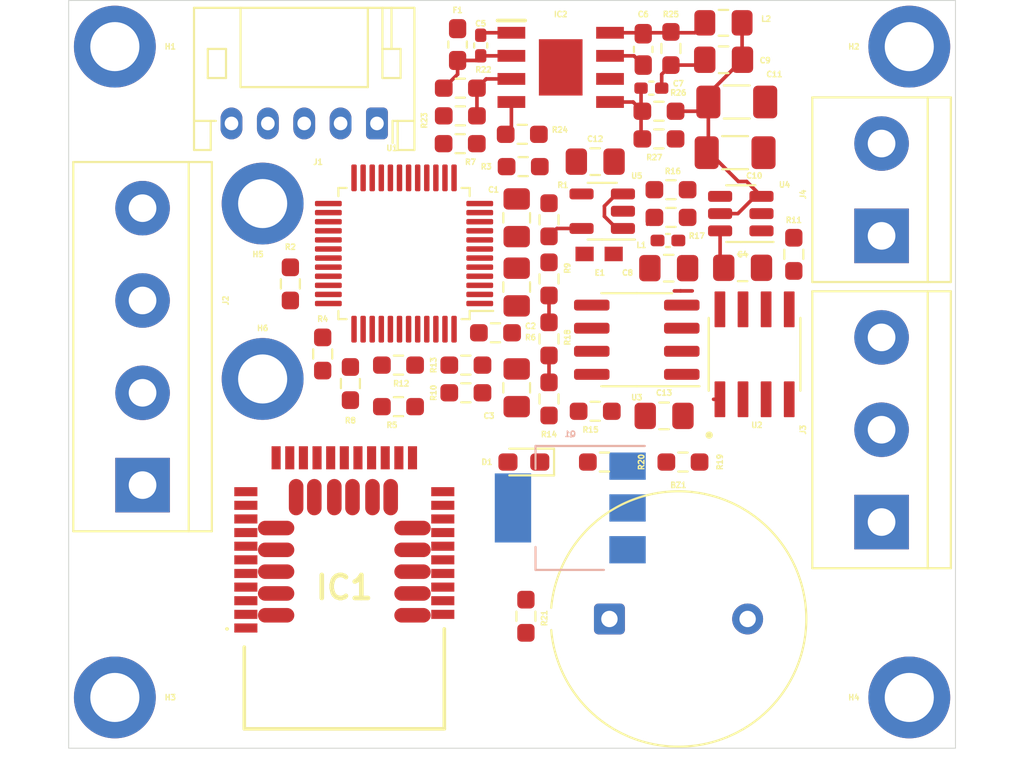
<source format=kicad_pcb>
(kicad_pcb (version 20221018) (generator pcbnew)
  (layers (0 "F.Cu" signal) (31 "B.Cu" signal) (34 "B.Paste" user) (35 "F.Paste" user) (36 "B.SilkS" user "B.Silkscreen") (37 "F.SilkS" user "F.Silkscreen") (38 "B.Mask" user) (39 "F.Mask" user) (44 "Edge.Cuts" user))
  (net 0 "")
  (net 1 "Net-(BZ1--)")
  (net 2 "Net-(BZ1-+)")
  (net 3 "100V")
  (net 4 "GND")
  (net 5 "VBST")
  (net 6 "SW2")
  (net 7 "Net-(IC2-SW)")
  (net 8 "Net-(IC2-BST)")
  (net 9 "Net-(IC2-FB)")
  (net 10 "/12V")
  (net 11 "Net-(D1-K)")
  (net 12 "Net-(J1-Pin_1)")
  (net 13 "SWDIO")
  (net 14 "SWCLK")
  (net 15 "/RST")
  (net 21 "/TX")
  (net 31 "Net-(IC2-RON)")
  (net 34 "Net-(J1-Pin_2)")
  (net 35 "Net-(J1-Pin_3)")
  (net 36 "PA3")
  (net 37 "5V")
  (net 38 "SDA1")
  (net 39 "SCK")
  (net 40 "Net-(J4-Pin_1)")
  (net 41 "Net-(J4-Pin_2)")
  (net 42 "/NRST")
  (net 43 "/RX")
  (net 44 "Net-(U1-PA0)")
  (net 45 "SCL")
  (net 46 "SDA")
  (net 47 "L")
  (net 48 "H")
  (net 49 "Net-(U3-S)")
  (net 50 "VFB")
  (net 88 "Net-(IC2-EN{slash}UVLO)")
  (net 89 "/3V3")
  (net 90 "Net-(IC2-GND)")
  (net 91 "Net-(C7-Pad2)")
  (net 92 "Net-(U5-BP)")
  (footprint "Inductor_SMD:L_0805_2012Metric_Pad1.15x1.40mm_HandSolder" (layer "F.Cu") (at 191.7105 38.8235)
    (fp_text reference "L2")
    (fp_text value "100uH" hide)
  )
  (footprint "Capacitor_SMD:C_0805_2012Metric_Pad1.18x1.45mm_HandSolder" (layer "F.Cu") (at 180.34 49.5515 90)
    (fp_text reference "C1")
    (fp_text value "1uF")
  )
  (footprint "MountingHole:MountingHole_2.7mm_M2.5_ISO7380_Pad_TopBottom" (layer "F.Cu") (at 201.93 75.946)
    (fp_text reference "H4")
    (fp_text value "Mount100VgHole")
  )
  (footprint "Resistor_SMD:R_0603_1608Metric_Pad0.98x0.95mm_HandSolder" (layer "F.Cu") (at 188.1635 45.212)
    (fp_text reference "R27")
    (fp_text value "20k ohm" hide)
  )
  (footprint "Resistor_SMD:R_0603_1608Metric_Pad0.98x0.95mm_HandSolder" (layer "F.Cu") (at 167.894 53.1895 90)
    (fp_text reference "R2")
    (fp_text value "1k")
  )
  (footprint "Capacitor_SMD:C_0805_2012Metric_Pad1.18x1.45mm_HandSolder" (layer "F.Cu") (at 191.7195 40.8555)
    (fp_text reference "C9")
    (fp_text value "2200pf" hide)
  )
  (footprint "MountingHole:MountingHole_2.7mm_M2.5_ISO7380_Pad_TopBottom" (layer "F.Cu") (at 166.37 58.42)
    (fp_text reference "H6")
    (fp_text value "Mount100VgHole")
  )
  (footprint "Buzzer_Beeper:Indicator_PUI_AI-1440-TWT-24V-2-R" (layer "F.Cu") (at 185.44 71.628)
    (fp_text reference "BZ1")
    (fp_text value "Buzzer" hide)
  )
  (footprint "Resistor_SMD:R_0603_1608Metric_Pad0.98x0.95mm_HandSolder" (layer "F.Cu") (at 177.2415 43.942 180)
    (fp_text reference "R23")
    (fp_text value "R23" hide)
  )
  (footprint "Resistor_SMD:R_0603_1608Metric_Pad0.98x0.95mm_HandSolder" (layer "F.Cu") (at 173.8395 59.944)
    (fp_text reference "R5")
    (fp_text value "100k" hide)
  )
  (footprint "Resistor_SMD:R_0603_1608Metric_Pad0.98x0.95mm_HandSolder" (layer "F.Cu") (at 177.546 57.658 180)
    (fp_text reference "R13")
    (fp_text value "100E" hide)
  )
  (footprint "Resistor_SMD:R_0603_1608Metric_Pad0.98x0.95mm_HandSolder" (layer "F.Cu") (at 184.658 60.198)
    (fp_text reference "R15")
    (fp_text value "100k" hide)
  )
  (footprint "Inductor_SMD:L_0402_1005Metric_Pad0.77x0.64mm_HandSolder" (layer "F.Cu") (at 188.6575 50.8 180)
    (fp_text reference "L1")
    (fp_text value "3.3uH" hide)
  )
  (footprint "Capacitor_SMD:C_1206_3216Metric_Pad1.33x1.80mm_HandSolder" (layer "F.Cu") (at 192.351252 45.9675)
    (fp_text reference "C10")
    (fp_text value "22UF" hide)
  )
  (footprint "Resistor_SMD:R_0603_1608Metric_Pad0.98x0.95mm_HandSolder" (layer "F.Cu") (at 195.58 51.562 -90)
    (fp_text reference "R11")
    (fp_text value "120R" hide)
  )
  (footprint "Package_QFP:LQFP-48_7x7mm_P0.5mm" (layer "F.Cu") (at 174.1455 51.518 180)
    (fp_text reference "U1")
    (fp_text value "STM32G0B1CBTx" hide)
  )
  (footprint "Capacitor_SMD:C_1206_3216Metric_Pad1.33x1.80mm_HandSolder" (layer "F.Cu") (at 192.443 43.18)
    (fp_text reference "C11")
    (fp_text value "22UF" hide)
  )
  (footprint "Capacitor_SMD:C_0805_2012Metric_Pad1.18x1.45mm_HandSolder" (layer "F.Cu") (at 192.7645 52.3035)
    (fp_text reference "C4")
    (fp_text value "0.1uf" hide)
  )
  (footprint "Resistor_SMD:R_0603_1608Metric_Pad0.98x0.95mm_HandSolder" (layer "F.Cu") (at 182.118 59.519 90)
    (fp_text reference "R14")
    (fp_text value "0R" hide)
  )
  (footprint "Resistor_SMD:R_0603_1608Metric_Pad0.98x0.95mm_HandSolder" (layer "F.Cu") (at 177.546 59.182)
    (fp_text reference "R10")
    (fp_text value "0R" hide)
  )
  (footprint "Resistor_SMD:R_0603_1608Metric_Pad0.98x0.95mm_HandSolder" (layer "F.Cu") (at 179.1735 55.88 180)
    (fp_text reference "R6")
    (fp_text value "100k")
  )
  (footprint "Capacitor_SMD:C_0805_2012Metric_Pad1.18x1.45mm_HandSolder" (layer "F.Cu") (at 188.4465 60.452)
    (fp_text reference "C13")
    (fp_text value "2.2uf" hide)
  )
  (footprint "Package_SO:SOIC-8_3.9x4.9mm_P1.27mm" (layer "F.Cu") (at 186.944 56.261 180)
    (fp_text reference "U3")
    (fp_text value "TJA1051T-3" hide)
  )
  (footprint "TerminalBlock:TerminalBlock_bornier-3_P5.08mm" (layer "F.Cu") (at 200.406 66.294 90)
    (fp_text reference "J3")
    (fp_text value "PRG" hide)
  )
  (footprint "Resistor_SMD:R_0603_1608Metric_Pad0.98x0.95mm_HandSolder" (layer "F.Cu") (at 180.6975 46.736)
    (fp_text reference "R3")
    (fp_text value "100R" hide)
  )
  (footprint "TerminalBlock:TerminalBlock_bornier-2_P5.08mm" (layer "F.Cu") (at 200.406 50.546 90)
    (fp_text reference "J4")
    (fp_text value "Conn_01x02_Socket" hide)
  )
  (footprint "Resistor_SMD:R_0603_1608Metric_Pad0.98x0.95mm_HandSolder" (layer "F.Cu") (at 180.848 71.4775 -90)
    (fp_text reference "R21")
    (fp_text value "0R")
  )
  (footprint "Resistor_SMD:R_0603_1608Metric_Pad0.98x0.95mm_HandSolder" (layer "F.Cu") (at 171.196 58.674 -90)
    (fp_text reference "R8")
    (fp_text value "0R" hide)
  )
  (footprint "Capacitor_SMD:C_0805_2012Metric_Pad1.18x1.45mm_HandSolder" (layer "F.Cu") (at 180.34 58.9065 -90)
    (fp_text reference "C3")
    (fp_text value "100nF" hide)
  )
  (footprint "Diode_SMD:D_0603_1608Metric_Pad1.05x0.95mm_HandSolder" (layer "F.Cu") (at 180.735 62.992 180)
    (fp_text reference "D1")
    (fp_text value "5.6V")
  )
  (footprint "Resistor_SMD:R_0603_1608Metric_Pad0.98x0.95mm_HandSolder" (layer "F.Cu") (at 182.118 56.217 -90)
    (fp_text reference "R18")
    (fp_text value "120R" hide)
  )
  (footprint "Resistor_SMD:R_0603_1608Metric_Pad0.98x0.95mm_HandSolder" (layer "F.Cu") (at 177.2415 42.418)
    (fp_text reference "R22")
    (fp_text value "1M" hide)
  )
  (footprint "MountingHole:MountingHole_2.7mm_M2.5_ISO7380_Pad_TopBottom" (layer "F.Cu") (at 201.93 40.132)
    (fp_text reference "H2")
    (fp_text value "Mount100VgHole")
  )
  (footprint "Resistor_SMD:R_0603_1608Metric_Pad0.98x0.95mm_HandSolder" (layer "F.Cu") (at 188.1635 43.688 180)
    (fp_text reference "R26")
    (fp_text value "180k ohm" hide)
  )
  (footprint "MAX485ESA_T.kicad_mod files:SOIC127P600X175-8N" (layer "F.Cu") (at 193.421 57.0645 90)
    (fp_text reference "U2")
    (fp_text value "MAX485E" hide)
  )
  (footprint "Resistor_SMD:R_0603_1608Metric_Pad0.98x0.95mm_HandSolder" (layer "F.Cu") (at 185.166 62.992 180)
    (fp_text reference "R20")
    (fp_text value "100E" hide)
  )
  (footprint "Resistor_SMD:R_0603_1608Metric_Pad0.98x0.95mm_HandSolder" (layer "F.Cu") (at 180.647 44.958)
    (fp_text reference "R24")
    (fp_text value "100K" hide)
  )
  (footprint "Capacitor_SMD:C_0402_1005Metric_Pad0.74x0.62mm_HandSolder" (layer "F.Cu") (at 178.361 40.0725 -90)
    (fp_text reference "C5")
    (fp_text value "2.2uF" hide)
  )
  (footprint "Fuse:Fuse_0603_1608Metric_Pad1.05x0.95mm_HandSolder" (layer "F.Cu") (at 177.091 40.019 -90)
    (fp_text reference "F1")
    (fp_text value "Fuse" hide)
  )
  (footprint "Resistor_SMD:R_0603_1608Metric_Pad0.98x0.95mm_HandSolder" (layer "F.Cu") (at 169.672 57.0465 -90)
    (fp_text reference "R4")
    (fp_text value "10k")
  )
  (footprint "Capacitor_SMD:C_0805_2012Metric_Pad1.18x1.45mm_HandSolder" (layer "F.Cu") (at 188.7005 52.324)
    (fp_text reference "C8")
    (fp_text value "1uf" hide)
  )
  (footprint "Capacitor_SMD:C_0805_2012Metric_Pad1.18x1.45mm_HandSolder" (layer "F.Cu") (at 184.658 46.4615)
    (fp_text reference "C12")
    (fp_text value "10nf" hide)
  )
  (footprint "Capacitor_SMD:C_0805_2012Metric_Pad1.18x1.45mm_HandSolder" (layer "F.Cu") (at 180.34 53.3615 -90)
    (fp_text reference "C2")
    (fp_text value "100nF")
  )
  (footprint "Connector_JST:JST_PH_S5B-PH-K_1x05_P2.00mm_Horizontal" (layer "F.Cu") (at 172.656 44.36 180)
    (fp_text reference "J1")
    (fp_text value "Conn_01x05_Socket" hide)
  )
  (footprint "Resistor_SMD:R_0603_1608Metric_Pad0.98x0.95mm_HandSolder" (layer "F.Cu") (at 189.484 62.992)
    (fp_text reference "R19")
    (fp_text value "3M" hide)
  )
  (footprint "TerminalBlock:TerminalBlock_bornier-4_P5.08mm" (layer "F.Cu") (at 159.766 64.262 90)
    (fp_text reference "J2")
    (fp_text value "OLED")
  )
  (footprint "Resistor_SMD:R_0603_1608Metric_Pad0.98x0.95mm_HandSolder" (layer "F.Cu") (at 188.8255 49.53 180)
    (fp_text reference "R17")
    (fp_text value "56k" hide)
  )
  (footprint "Library:CM BLE" (layer "F.Cu") (at 170.811 69.624 180)
    (fp_text reference "IC1")
    (fp_text value "CM BLE" hide)
  )
  (footprint "Resistor_SMD:R_0603_1608Metric_Pad0.98x0.95mm_HandSolder" (layer "F.Cu") (at 188.8255 48.006)
    (fp_text reference "R16")
    (fp_text value "10k" hide)
  )
  (footprint "Resistor_SMD:R_0603_1608Metric_Pad0.98x0.95mm_HandSolder" (layer "F.Cu") (at 188.822 40.2355 -90)
    (fp_text reference "R25")
    (fp_text value "698k ohm" hide)
  )
  (footprint "MountingHole:MountingHole_2.7mm_M2.5_ISO7380_Pad_TopBottom" (layer "F.Cu") (at 166.37 48.768)
    (fp_text reference "H5")
    (fp_text value "Mount100VgHole")
  )
  (footprint "Capacitor_SMD:C_0402_1005Metric_Pad0.74x0.62mm_HandSolder" (layer "F.Cu") (at 187.7465 42.418)
    (fp_text reference "C7")
    (fp_text value "56pF" hide)
  )
  (footprint "Resistor_SMD:R_0603_1608Metric_Pad0.98x0.95mm_HandSolder" (layer "F.Cu") (at 177.233248 45.4725 180)
    (fp_text reference "R7")
    (fp_text value "0R")
  )
  (footprint "LI0603G121R-10.kicad_mod files:FB_LI0603G121R-10" (layer "F.Cu") (at 184.874 51.5415)
    (fp_text reference "E1")
    (fp_text value "LI0603G121R-10" hide)
  )
  (footprint "MountingHole:MountingHole_2.7mm_M2.5_ISO7380_Pad_TopBottom" (layer "F.Cu") (at 158.242 40.132)
    (fp_text reference "H1")
    (fp_text value "Mount100VgHole" hide)
  )
  (footprint "Package_TO_SOT_SMD:SOT-23-5" (layer "F.Cu") (at 185.0445 49.1895 180)
    (fp_text reference "U5")
    (fp_text value "LP2985-3.3" hide)
  )
  (footprint "Resistor_SMD:R_0603_1608Metric_Pad0.98x0.95mm_HandSolder" (layer "F.Cu") (at 182.118 49.66 90)
    (fp_text reference "R1")
    (fp_text value "10k" hide)
  )
  (footprint "Resistor_SMD:R_0603_1608Metric_Pad0.98x0.95mm_HandSolder" (layer "F.Cu") (at 173.8395 57.658)
    (fp_text reference "R12")
    (fp_text value "100E" hide)
  )
  (footprint "Capacitor_SMD:C_0603_1608Metric_Pad1.08x0.95mm_HandSolder" (layer "F.Cu") (at 187.298 40.2855 -90)
    (fp_text reference "C6")
    (fp_text value "2.2nf" hide)
  )
  (footprint "Package_TO_SOT_SMD:SOT-23-6" (layer "F.Cu") (at 192.6645 49.3215 180)
    (fp_text reference "U4")
    (fp_text value "TPS563200" hide)
  )
  (footprint "LIB_LM5164QDDATQ1.kicad_mod files:SOIC127P600X170-9N" (layer "F.Cu") (at 182.761 41.275)
    (fp_text reference "IC2")
    (fp_text value "LM5164QDDATQ1" hide)
  )
  (footprint "Resistor_SMD:R_0603_1608Metric_Pad0.98x0.95mm_HandSolder" (layer "F.Cu") (at 182.118 52.915 -90)
    (fp_text reference "R9")
    (fp_text value "0R" hide)
  )
  (footprint "MountingHole:MountingHole_2.7mm_M2.5_ISO7380_Pad_TopBottom" (layer "F.Cu") (at 158.242 75.946)
    (fp_text reference "H3")
    (fp_text value "Mount100VgHole")
  )
  (footprint "Package_TO_SOT_SMD:SOT-223-3_TabPin2" (layer "B.Cu") (at 183.286 65.518 180)
    (fp_text reference "Q1")
    (fp_text value "NDT3055L" hide)
  )
  (gr_rect (start 155.702 37.592) (end 204.47 78.74) (stroke (width 0.05)) (fill none) (layer "Edge.Cuts"))
  (segment (start 180.049 40.64) (end 178.361 40.64) (width 0.2) (layer "F.Cu") (net 3))
  (segment (start 177.091 41.656) (end 176.329 42.418) (width 0.2) (layer "F.Cu") (net 3))
  (segment (start 177.091 40.894) (end 177.091 41.656) (width 0.2) (layer "F.Cu") (net 3))
  (segment (start 178.107 40.894) (end 178.361 40.64) (width 0.2) (layer "F.Cu") (net 3))
  (segment (start 177.091 40.894) (end 178.107 40.894) (width 0.2) (layer "F.Cu") (net 3))
  (segment (start 191.527 50.2715) (end 191.527 52.1035) (width 0.2) (layer "F.Cu") (net 5))
  (segment (start 191.527 52.1035) (end 191.727 52.3035) (width 0.2) (layer "F.Cu") (net 5))
  (segment (start 190.139 39.37) (end 190.6855 38.8235) (width 0.2) (layer "F.Cu") (net 7))
  (segment (start 185.473 39.37) (end 190.139 39.37) (width 0.2) (layer "F.Cu") (net 7))
  (segment (start 186.79 40.64) (end 187.298 41.148) (width 0.2) (layer "F.Cu") (net 8))
  (segment (start 185.473 40.64) (end 186.79 40.64) (width 0.2) (layer "F.Cu") (net 8))
  (segment (start 187.179 42.418) (end 187.179 45.14) (width 0.2) (layer "F.Cu") (net 9))
  (segment (start 186.743 43.18) (end 187.251 43.688) (width 0.2) (layer "F.Cu") (net 9))
  (segment (start 185.473 43.18) (end 186.743 43.18) (width 0.2) (layer "F.Cu") (net 9))
  (segment (start 187.179 45.14) (end 187.251 45.212) (width 0.2) (layer "F.Cu") (net 9))
  (segment (start 192.503104 49.3215) (end 191.527 49.3215) (width 0.2) (layer "F.Cu") (net 10))
  (segment (start 190.3725 43.688) (end 190.8805 43.18) (width 0.2) (layer "F.Cu") (net 10))
  (segment (start 192.7355 38.8235) (end 192.7355 40.834) (width 0.2) (layer "F.Cu") (net 10))
  (segment (start 193.453104 48.3715) (end 192.503104 49.3215) (width 0.2) (layer "F.Cu") (net 10))
  (segment (start 192.532 47.5545) (end 192.985 47.5545) (width 0.2) (layer "F.Cu") (net 10))
  (segment (start 192.757 40.8555) (end 190.8805 42.732) (width 0.2) (layer "F.Cu") (net 10))
  (segment (start 190.8805 42.732) (end 190.8805 43.18) (width 0.2) (layer "F.Cu") (net 10))
  (segment (start 192.7355 40.834) (end 192.757 40.8555) (width 0.2) (layer "F.Cu") (net 10))
  (segment (start 189.076 43.688) (end 190.3725 43.688) (width 0.2) (layer "F.Cu") (net 10))
  (segment (start 193.802 48.3715) (end 193.453104 48.3715) (width 0.2) (layer "F.Cu") (net 10))
  (segment (start 190.8805 43.18) (end 190.8805 45.72) (width 0.2) (layer "F.Cu") (net 10))
  (segment (start 191.185 46.2075) (end 192.532 47.5545) (width 0.2) (layer "F.Cu") (net 10))
  (segment (start 192.985 47.5545) (end 193.802 48.3715) (width 0.2) (layer "F.Cu") (net 10))
  (segment (start 195.326 59.129429) (end 195.326 59.5395) (width 0.2) (layer "F.Cu") (net 21))
  (segment (start 180.049 43.18) (end 180.049 44.6435) (width 0.2) (layer "F.Cu") (net 31))
  (segment (start 180.049 44.6435) (end 179.7345 44.958) (width 0.2) (layer "F.Cu") (net 31))
  (segment (start 187.913 49.53) (end 187.537 49.906) (width 0.2) (layer "F.Cu") (net 37))
  (segment (start 185.166 48.906604) (end 185.166 49.472396) (width 0.2) (layer "F.Cu") (net 37))
  (segment (start 186.182 48.2395) (end 185.833104 48.2395) (width 0.2) (layer "F.Cu") (net 37))
  (segment (start 185.833104 48.2395) (end 185.166 48.906604) (width 0.2) (layer "F.Cu") (net 37))
  (segment (start 185.833104 50.1395) (end 186.182 50.1395) (width 0.2) (layer "F.Cu") (net 37))
  (segment (start 185.166 49.472396) (end 185.833104 50.1395) (width 0.2) (layer "F.Cu") (net 37))
  (segment (start 192.786 54.5895) (end 192.786 54.999571) (width 0.2) (layer "F.Cu") (net 40))
  (segment (start 194.056 54.5895) (end 194.056 54.999571) (width 0.2) (layer "F.Cu") (net 41))
  (segment (start 189.012604 53.5735) (end 189.354 53.5735) (width 0.2) (layer "F.Cu") (net 43))
  (segment (start 189.992 53.5735) (end 189.354 53.5735) (width 0.2) (layer "F.Cu") (net 43))
  (segment (start 191.168604 59.5395) (end 191.516 59.5395) (width 0.2) (layer "F.Cu") (net 43))
  (segment (start 182.118 53.8275) (end 182.118 55.3045) (width 0.2) (layer "F.Cu") (net 47))
  (segment (start 182.118 58.6065) (end 182.118 57.1295) (width 0.2) (layer "F.Cu") (net 48))
  (segment (start 182.118 56.788104) (end 182.118 57.1295) (width 0.2) (layer "F.Cu") (net 48))
  (segment (start 189.87 48.138) (end 189.738 48.006) (width 0.2) (layer "F.Cu") (net 50))
  (segment (start 178.154 42.418) (end 178.662 41.91) (width 0.2) (layer "F.Cu") (net 88))
  (segment (start 178.662 41.91) (end 180.049 41.91) (width 0.2) (layer "F.Cu") (net 88))
  (segment (start 178.154 42.418) (end 178.154 43.942) (width 0.2) (layer "F.Cu") (net 88))
  (segment (start 183.907 50.1395) (end 182.551 50.1395) (width 0.2) (layer "F.Cu") (net 89))
  (segment (start 182.551 50.1395) (end 182.118 50.5725) (width 0.2) (layer "F.Cu") (net 89))
  (segment (start 178.496 39.37) (end 178.361 39.505) (width 0.2) (layer "F.Cu") (net 90))
  (segment (start 180.049 39.37) (end 178.496 39.37) (width 0.2) (layer "F.Cu") (net 90))
  (segment (start 188.314 41.656) (end 188.822 41.148) (width 0.2) (layer "F.Cu") (net 91))
  (segment (start 188.822 41.148) (end 190.3895 41.148) (width 0.2) (layer "F.Cu") (net 91))
  (segment (start 188.314 42.418) (end 188.314 41.656) (width 0.2) (layer "F.Cu") (net 91))
  (segment (start 190.3895 41.148) (end 190.682 40.8555) (width 0.2) (layer "F.Cu") (net 91))
)
</source>
